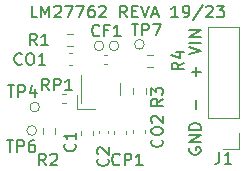
<source format=gbr>
%TF.GenerationSoftware,KiCad,Pcbnew,7.0.1-3b83917a11~172~ubuntu22.04.1*%
%TF.CreationDate,2023-05-08T21:49:58+01:00*%
%TF.ProjectId,lm27762,6c6d3237-3736-4322-9e6b-696361645f70,rev?*%
%TF.SameCoordinates,Original*%
%TF.FileFunction,Legend,Top*%
%TF.FilePolarity,Positive*%
%FSLAX46Y46*%
G04 Gerber Fmt 4.6, Leading zero omitted, Abs format (unit mm)*
G04 Created by KiCad (PCBNEW 7.0.1-3b83917a11~172~ubuntu22.04.1) date 2023-05-08 21:49:58*
%MOMM*%
%LPD*%
G01*
G04 APERTURE LIST*
%ADD10C,0.150000*%
%ADD11C,0.153000*%
%ADD12C,0.120000*%
%ADD13C,0.100000*%
G04 APERTURE END LIST*
D10*
X108350038Y-63292019D02*
X108921466Y-63292019D01*
X108635752Y-64292019D02*
X108635752Y-63292019D01*
X109254800Y-64292019D02*
X109254800Y-63292019D01*
X109254800Y-63292019D02*
X109635752Y-63292019D01*
X109635752Y-63292019D02*
X109730990Y-63339638D01*
X109730990Y-63339638D02*
X109778609Y-63387257D01*
X109778609Y-63387257D02*
X109826228Y-63482495D01*
X109826228Y-63482495D02*
X109826228Y-63625352D01*
X109826228Y-63625352D02*
X109778609Y-63720590D01*
X109778609Y-63720590D02*
X109730990Y-63768209D01*
X109730990Y-63768209D02*
X109635752Y-63815828D01*
X109635752Y-63815828D02*
X109254800Y-63815828D01*
X110683371Y-63625352D02*
X110683371Y-64292019D01*
X110445276Y-63244400D02*
X110207181Y-63958685D01*
X110207181Y-63958685D02*
X110826228Y-63958685D01*
X118840238Y-58059619D02*
X119411666Y-58059619D01*
X119125952Y-59059619D02*
X119125952Y-58059619D01*
X119745000Y-59059619D02*
X119745000Y-58059619D01*
X119745000Y-58059619D02*
X120125952Y-58059619D01*
X120125952Y-58059619D02*
X120221190Y-58107238D01*
X120221190Y-58107238D02*
X120268809Y-58154857D01*
X120268809Y-58154857D02*
X120316428Y-58250095D01*
X120316428Y-58250095D02*
X120316428Y-58392952D01*
X120316428Y-58392952D02*
X120268809Y-58488190D01*
X120268809Y-58488190D02*
X120221190Y-58535809D01*
X120221190Y-58535809D02*
X120125952Y-58583428D01*
X120125952Y-58583428D02*
X119745000Y-58583428D01*
X120649762Y-58059619D02*
X121316428Y-58059619D01*
X121316428Y-58059619D02*
X120887857Y-59059619D01*
X108273838Y-67940219D02*
X108845266Y-67940219D01*
X108559552Y-68940219D02*
X108559552Y-67940219D01*
X109178600Y-68940219D02*
X109178600Y-67940219D01*
X109178600Y-67940219D02*
X109559552Y-67940219D01*
X109559552Y-67940219D02*
X109654790Y-67987838D01*
X109654790Y-67987838D02*
X109702409Y-68035457D01*
X109702409Y-68035457D02*
X109750028Y-68130695D01*
X109750028Y-68130695D02*
X109750028Y-68273552D01*
X109750028Y-68273552D02*
X109702409Y-68368790D01*
X109702409Y-68368790D02*
X109654790Y-68416409D01*
X109654790Y-68416409D02*
X109559552Y-68464028D01*
X109559552Y-68464028D02*
X109178600Y-68464028D01*
X110607171Y-67940219D02*
X110416695Y-67940219D01*
X110416695Y-67940219D02*
X110321457Y-67987838D01*
X110321457Y-67987838D02*
X110273838Y-68035457D01*
X110273838Y-68035457D02*
X110178600Y-68178314D01*
X110178600Y-68178314D02*
X110130981Y-68368790D01*
X110130981Y-68368790D02*
X110130981Y-68749742D01*
X110130981Y-68749742D02*
X110178600Y-68844980D01*
X110178600Y-68844980D02*
X110226219Y-68892600D01*
X110226219Y-68892600D02*
X110321457Y-68940219D01*
X110321457Y-68940219D02*
X110511933Y-68940219D01*
X110511933Y-68940219D02*
X110607171Y-68892600D01*
X110607171Y-68892600D02*
X110654790Y-68844980D01*
X110654790Y-68844980D02*
X110702409Y-68749742D01*
X110702409Y-68749742D02*
X110702409Y-68511647D01*
X110702409Y-68511647D02*
X110654790Y-68416409D01*
X110654790Y-68416409D02*
X110607171Y-68368790D01*
X110607171Y-68368790D02*
X110511933Y-68321171D01*
X110511933Y-68321171D02*
X110321457Y-68321171D01*
X110321457Y-68321171D02*
X110226219Y-68368790D01*
X110226219Y-68368790D02*
X110178600Y-68416409D01*
X110178600Y-68416409D02*
X110130981Y-68511647D01*
X110872998Y-57535619D02*
X110396808Y-57535619D01*
X110396808Y-57535619D02*
X110396808Y-56535619D01*
X111206332Y-57535619D02*
X111206332Y-56535619D01*
X111206332Y-56535619D02*
X111539665Y-57249904D01*
X111539665Y-57249904D02*
X111872998Y-56535619D01*
X111872998Y-56535619D02*
X111872998Y-57535619D01*
X112301570Y-56630857D02*
X112349189Y-56583238D01*
X112349189Y-56583238D02*
X112444427Y-56535619D01*
X112444427Y-56535619D02*
X112682522Y-56535619D01*
X112682522Y-56535619D02*
X112777760Y-56583238D01*
X112777760Y-56583238D02*
X112825379Y-56630857D01*
X112825379Y-56630857D02*
X112872998Y-56726095D01*
X112872998Y-56726095D02*
X112872998Y-56821333D01*
X112872998Y-56821333D02*
X112825379Y-56964190D01*
X112825379Y-56964190D02*
X112253951Y-57535619D01*
X112253951Y-57535619D02*
X112872998Y-57535619D01*
X113206332Y-56535619D02*
X113872998Y-56535619D01*
X113872998Y-56535619D02*
X113444427Y-57535619D01*
X114158713Y-56535619D02*
X114825379Y-56535619D01*
X114825379Y-56535619D02*
X114396808Y-57535619D01*
X115634903Y-56535619D02*
X115444427Y-56535619D01*
X115444427Y-56535619D02*
X115349189Y-56583238D01*
X115349189Y-56583238D02*
X115301570Y-56630857D01*
X115301570Y-56630857D02*
X115206332Y-56773714D01*
X115206332Y-56773714D02*
X115158713Y-56964190D01*
X115158713Y-56964190D02*
X115158713Y-57345142D01*
X115158713Y-57345142D02*
X115206332Y-57440380D01*
X115206332Y-57440380D02*
X115253951Y-57488000D01*
X115253951Y-57488000D02*
X115349189Y-57535619D01*
X115349189Y-57535619D02*
X115539665Y-57535619D01*
X115539665Y-57535619D02*
X115634903Y-57488000D01*
X115634903Y-57488000D02*
X115682522Y-57440380D01*
X115682522Y-57440380D02*
X115730141Y-57345142D01*
X115730141Y-57345142D02*
X115730141Y-57107047D01*
X115730141Y-57107047D02*
X115682522Y-57011809D01*
X115682522Y-57011809D02*
X115634903Y-56964190D01*
X115634903Y-56964190D02*
X115539665Y-56916571D01*
X115539665Y-56916571D02*
X115349189Y-56916571D01*
X115349189Y-56916571D02*
X115253951Y-56964190D01*
X115253951Y-56964190D02*
X115206332Y-57011809D01*
X115206332Y-57011809D02*
X115158713Y-57107047D01*
X116111094Y-56630857D02*
X116158713Y-56583238D01*
X116158713Y-56583238D02*
X116253951Y-56535619D01*
X116253951Y-56535619D02*
X116492046Y-56535619D01*
X116492046Y-56535619D02*
X116587284Y-56583238D01*
X116587284Y-56583238D02*
X116634903Y-56630857D01*
X116634903Y-56630857D02*
X116682522Y-56726095D01*
X116682522Y-56726095D02*
X116682522Y-56821333D01*
X116682522Y-56821333D02*
X116634903Y-56964190D01*
X116634903Y-56964190D02*
X116063475Y-57535619D01*
X116063475Y-57535619D02*
X116682522Y-57535619D01*
X118444427Y-57535619D02*
X118111094Y-57059428D01*
X117872999Y-57535619D02*
X117872999Y-56535619D01*
X117872999Y-56535619D02*
X118253951Y-56535619D01*
X118253951Y-56535619D02*
X118349189Y-56583238D01*
X118349189Y-56583238D02*
X118396808Y-56630857D01*
X118396808Y-56630857D02*
X118444427Y-56726095D01*
X118444427Y-56726095D02*
X118444427Y-56868952D01*
X118444427Y-56868952D02*
X118396808Y-56964190D01*
X118396808Y-56964190D02*
X118349189Y-57011809D01*
X118349189Y-57011809D02*
X118253951Y-57059428D01*
X118253951Y-57059428D02*
X117872999Y-57059428D01*
X118872999Y-57011809D02*
X119206332Y-57011809D01*
X119349189Y-57535619D02*
X118872999Y-57535619D01*
X118872999Y-57535619D02*
X118872999Y-56535619D01*
X118872999Y-56535619D02*
X119349189Y-56535619D01*
X119634904Y-56535619D02*
X119968237Y-57535619D01*
X119968237Y-57535619D02*
X120301570Y-56535619D01*
X120587285Y-57249904D02*
X121063475Y-57249904D01*
X120492047Y-57535619D02*
X120825380Y-56535619D01*
X120825380Y-56535619D02*
X121158713Y-57535619D01*
X122777761Y-57535619D02*
X122206333Y-57535619D01*
X122492047Y-57535619D02*
X122492047Y-56535619D01*
X122492047Y-56535619D02*
X122396809Y-56678476D01*
X122396809Y-56678476D02*
X122301571Y-56773714D01*
X122301571Y-56773714D02*
X122206333Y-56821333D01*
X123253952Y-57535619D02*
X123444428Y-57535619D01*
X123444428Y-57535619D02*
X123539666Y-57488000D01*
X123539666Y-57488000D02*
X123587285Y-57440380D01*
X123587285Y-57440380D02*
X123682523Y-57297523D01*
X123682523Y-57297523D02*
X123730142Y-57107047D01*
X123730142Y-57107047D02*
X123730142Y-56726095D01*
X123730142Y-56726095D02*
X123682523Y-56630857D01*
X123682523Y-56630857D02*
X123634904Y-56583238D01*
X123634904Y-56583238D02*
X123539666Y-56535619D01*
X123539666Y-56535619D02*
X123349190Y-56535619D01*
X123349190Y-56535619D02*
X123253952Y-56583238D01*
X123253952Y-56583238D02*
X123206333Y-56630857D01*
X123206333Y-56630857D02*
X123158714Y-56726095D01*
X123158714Y-56726095D02*
X123158714Y-56964190D01*
X123158714Y-56964190D02*
X123206333Y-57059428D01*
X123206333Y-57059428D02*
X123253952Y-57107047D01*
X123253952Y-57107047D02*
X123349190Y-57154666D01*
X123349190Y-57154666D02*
X123539666Y-57154666D01*
X123539666Y-57154666D02*
X123634904Y-57107047D01*
X123634904Y-57107047D02*
X123682523Y-57059428D01*
X123682523Y-57059428D02*
X123730142Y-56964190D01*
X124872999Y-56488000D02*
X124015857Y-57773714D01*
X125158714Y-56630857D02*
X125206333Y-56583238D01*
X125206333Y-56583238D02*
X125301571Y-56535619D01*
X125301571Y-56535619D02*
X125539666Y-56535619D01*
X125539666Y-56535619D02*
X125634904Y-56583238D01*
X125634904Y-56583238D02*
X125682523Y-56630857D01*
X125682523Y-56630857D02*
X125730142Y-56726095D01*
X125730142Y-56726095D02*
X125730142Y-56821333D01*
X125730142Y-56821333D02*
X125682523Y-56964190D01*
X125682523Y-56964190D02*
X125111095Y-57535619D01*
X125111095Y-57535619D02*
X125730142Y-57535619D01*
X126063476Y-56535619D02*
X126682523Y-56535619D01*
X126682523Y-56535619D02*
X126349190Y-56916571D01*
X126349190Y-56916571D02*
X126492047Y-56916571D01*
X126492047Y-56916571D02*
X126587285Y-56964190D01*
X126587285Y-56964190D02*
X126634904Y-57011809D01*
X126634904Y-57011809D02*
X126682523Y-57107047D01*
X126682523Y-57107047D02*
X126682523Y-57345142D01*
X126682523Y-57345142D02*
X126634904Y-57440380D01*
X126634904Y-57440380D02*
X126587285Y-57488000D01*
X126587285Y-57488000D02*
X126492047Y-57535619D01*
X126492047Y-57535619D02*
X126206333Y-57535619D01*
X126206333Y-57535619D02*
X126111095Y-57488000D01*
X126111095Y-57488000D02*
X126063476Y-57440380D01*
D11*
X123766238Y-68580095D02*
X123718619Y-68675333D01*
X123718619Y-68675333D02*
X123718619Y-68818190D01*
X123718619Y-68818190D02*
X123766238Y-68961047D01*
X123766238Y-68961047D02*
X123861476Y-69056285D01*
X123861476Y-69056285D02*
X123956714Y-69103904D01*
X123956714Y-69103904D02*
X124147190Y-69151523D01*
X124147190Y-69151523D02*
X124290047Y-69151523D01*
X124290047Y-69151523D02*
X124480523Y-69103904D01*
X124480523Y-69103904D02*
X124575761Y-69056285D01*
X124575761Y-69056285D02*
X124671000Y-68961047D01*
X124671000Y-68961047D02*
X124718619Y-68818190D01*
X124718619Y-68818190D02*
X124718619Y-68722952D01*
X124718619Y-68722952D02*
X124671000Y-68580095D01*
X124671000Y-68580095D02*
X124623380Y-68532476D01*
X124623380Y-68532476D02*
X124290047Y-68532476D01*
X124290047Y-68532476D02*
X124290047Y-68722952D01*
X124718619Y-68103904D02*
X123718619Y-68103904D01*
X123718619Y-68103904D02*
X124718619Y-67532476D01*
X124718619Y-67532476D02*
X123718619Y-67532476D01*
X124718619Y-67056285D02*
X123718619Y-67056285D01*
X123718619Y-67056285D02*
X123718619Y-66818190D01*
X123718619Y-66818190D02*
X123766238Y-66675333D01*
X123766238Y-66675333D02*
X123861476Y-66580095D01*
X123861476Y-66580095D02*
X123956714Y-66532476D01*
X123956714Y-66532476D02*
X124147190Y-66484857D01*
X124147190Y-66484857D02*
X124290047Y-66484857D01*
X124290047Y-66484857D02*
X124480523Y-66532476D01*
X124480523Y-66532476D02*
X124575761Y-66580095D01*
X124575761Y-66580095D02*
X124671000Y-66675333D01*
X124671000Y-66675333D02*
X124718619Y-66818190D01*
X124718619Y-66818190D02*
X124718619Y-67056285D01*
X124337666Y-65294380D02*
X124337666Y-64532476D01*
X124337666Y-62532475D02*
X124337666Y-61770571D01*
X124718619Y-62151523D02*
X123956714Y-62151523D01*
X123718619Y-60675332D02*
X124718619Y-60341999D01*
X124718619Y-60341999D02*
X123718619Y-60008666D01*
X124718619Y-59675332D02*
X123718619Y-59675332D01*
X124718619Y-59199142D02*
X123718619Y-59199142D01*
X123718619Y-59199142D02*
X124718619Y-58627714D01*
X124718619Y-58627714D02*
X123718619Y-58627714D01*
D10*
%TO.C,CO1*%
X109545523Y-61454380D02*
X109497904Y-61502000D01*
X109497904Y-61502000D02*
X109355047Y-61549619D01*
X109355047Y-61549619D02*
X109259809Y-61549619D01*
X109259809Y-61549619D02*
X109116952Y-61502000D01*
X109116952Y-61502000D02*
X109021714Y-61406761D01*
X109021714Y-61406761D02*
X108974095Y-61311523D01*
X108974095Y-61311523D02*
X108926476Y-61121047D01*
X108926476Y-61121047D02*
X108926476Y-60978190D01*
X108926476Y-60978190D02*
X108974095Y-60787714D01*
X108974095Y-60787714D02*
X109021714Y-60692476D01*
X109021714Y-60692476D02*
X109116952Y-60597238D01*
X109116952Y-60597238D02*
X109259809Y-60549619D01*
X109259809Y-60549619D02*
X109355047Y-60549619D01*
X109355047Y-60549619D02*
X109497904Y-60597238D01*
X109497904Y-60597238D02*
X109545523Y-60644857D01*
X110164571Y-60549619D02*
X110355047Y-60549619D01*
X110355047Y-60549619D02*
X110450285Y-60597238D01*
X110450285Y-60597238D02*
X110545523Y-60692476D01*
X110545523Y-60692476D02*
X110593142Y-60882952D01*
X110593142Y-60882952D02*
X110593142Y-61216285D01*
X110593142Y-61216285D02*
X110545523Y-61406761D01*
X110545523Y-61406761D02*
X110450285Y-61502000D01*
X110450285Y-61502000D02*
X110355047Y-61549619D01*
X110355047Y-61549619D02*
X110164571Y-61549619D01*
X110164571Y-61549619D02*
X110069333Y-61502000D01*
X110069333Y-61502000D02*
X109974095Y-61406761D01*
X109974095Y-61406761D02*
X109926476Y-61216285D01*
X109926476Y-61216285D02*
X109926476Y-60882952D01*
X109926476Y-60882952D02*
X109974095Y-60692476D01*
X109974095Y-60692476D02*
X110069333Y-60597238D01*
X110069333Y-60597238D02*
X110164571Y-60549619D01*
X111545523Y-61549619D02*
X110974095Y-61549619D01*
X111259809Y-61549619D02*
X111259809Y-60549619D01*
X111259809Y-60549619D02*
X111164571Y-60692476D01*
X111164571Y-60692476D02*
X111069333Y-60787714D01*
X111069333Y-60787714D02*
X110974095Y-60835333D01*
%TO.C,R3*%
X121493619Y-64428666D02*
X121017428Y-64761999D01*
X121493619Y-65000094D02*
X120493619Y-65000094D01*
X120493619Y-65000094D02*
X120493619Y-64619142D01*
X120493619Y-64619142D02*
X120541238Y-64523904D01*
X120541238Y-64523904D02*
X120588857Y-64476285D01*
X120588857Y-64476285D02*
X120684095Y-64428666D01*
X120684095Y-64428666D02*
X120826952Y-64428666D01*
X120826952Y-64428666D02*
X120922190Y-64476285D01*
X120922190Y-64476285D02*
X120969809Y-64523904D01*
X120969809Y-64523904D02*
X121017428Y-64619142D01*
X121017428Y-64619142D02*
X121017428Y-65000094D01*
X120493619Y-64095332D02*
X120493619Y-63476285D01*
X120493619Y-63476285D02*
X120874571Y-63809618D01*
X120874571Y-63809618D02*
X120874571Y-63666761D01*
X120874571Y-63666761D02*
X120922190Y-63571523D01*
X120922190Y-63571523D02*
X120969809Y-63523904D01*
X120969809Y-63523904D02*
X121065047Y-63476285D01*
X121065047Y-63476285D02*
X121303142Y-63476285D01*
X121303142Y-63476285D02*
X121398380Y-63523904D01*
X121398380Y-63523904D02*
X121446000Y-63571523D01*
X121446000Y-63571523D02*
X121493619Y-63666761D01*
X121493619Y-63666761D02*
X121493619Y-63952475D01*
X121493619Y-63952475D02*
X121446000Y-64047713D01*
X121446000Y-64047713D02*
X121398380Y-64095332D01*
%TO.C,R4*%
X123246219Y-61355266D02*
X122770028Y-61688599D01*
X123246219Y-61926694D02*
X122246219Y-61926694D01*
X122246219Y-61926694D02*
X122246219Y-61545742D01*
X122246219Y-61545742D02*
X122293838Y-61450504D01*
X122293838Y-61450504D02*
X122341457Y-61402885D01*
X122341457Y-61402885D02*
X122436695Y-61355266D01*
X122436695Y-61355266D02*
X122579552Y-61355266D01*
X122579552Y-61355266D02*
X122674790Y-61402885D01*
X122674790Y-61402885D02*
X122722409Y-61450504D01*
X122722409Y-61450504D02*
X122770028Y-61545742D01*
X122770028Y-61545742D02*
X122770028Y-61926694D01*
X122579552Y-60498123D02*
X123246219Y-60498123D01*
X122198600Y-60736218D02*
X122912885Y-60974313D01*
X122912885Y-60974313D02*
X122912885Y-60355266D01*
%TO.C,C1*%
X114032380Y-68238666D02*
X114080000Y-68286285D01*
X114080000Y-68286285D02*
X114127619Y-68429142D01*
X114127619Y-68429142D02*
X114127619Y-68524380D01*
X114127619Y-68524380D02*
X114080000Y-68667237D01*
X114080000Y-68667237D02*
X113984761Y-68762475D01*
X113984761Y-68762475D02*
X113889523Y-68810094D01*
X113889523Y-68810094D02*
X113699047Y-68857713D01*
X113699047Y-68857713D02*
X113556190Y-68857713D01*
X113556190Y-68857713D02*
X113365714Y-68810094D01*
X113365714Y-68810094D02*
X113270476Y-68762475D01*
X113270476Y-68762475D02*
X113175238Y-68667237D01*
X113175238Y-68667237D02*
X113127619Y-68524380D01*
X113127619Y-68524380D02*
X113127619Y-68429142D01*
X113127619Y-68429142D02*
X113175238Y-68286285D01*
X113175238Y-68286285D02*
X113222857Y-68238666D01*
X114127619Y-67286285D02*
X114127619Y-67857713D01*
X114127619Y-67571999D02*
X113127619Y-67571999D01*
X113127619Y-67571999D02*
X113270476Y-67667237D01*
X113270476Y-67667237D02*
X113365714Y-67762475D01*
X113365714Y-67762475D02*
X113413333Y-67857713D01*
%TO.C,CO2*%
X121398380Y-67873476D02*
X121446000Y-67921095D01*
X121446000Y-67921095D02*
X121493619Y-68063952D01*
X121493619Y-68063952D02*
X121493619Y-68159190D01*
X121493619Y-68159190D02*
X121446000Y-68302047D01*
X121446000Y-68302047D02*
X121350761Y-68397285D01*
X121350761Y-68397285D02*
X121255523Y-68444904D01*
X121255523Y-68444904D02*
X121065047Y-68492523D01*
X121065047Y-68492523D02*
X120922190Y-68492523D01*
X120922190Y-68492523D02*
X120731714Y-68444904D01*
X120731714Y-68444904D02*
X120636476Y-68397285D01*
X120636476Y-68397285D02*
X120541238Y-68302047D01*
X120541238Y-68302047D02*
X120493619Y-68159190D01*
X120493619Y-68159190D02*
X120493619Y-68063952D01*
X120493619Y-68063952D02*
X120541238Y-67921095D01*
X120541238Y-67921095D02*
X120588857Y-67873476D01*
X120493619Y-67254428D02*
X120493619Y-67063952D01*
X120493619Y-67063952D02*
X120541238Y-66968714D01*
X120541238Y-66968714D02*
X120636476Y-66873476D01*
X120636476Y-66873476D02*
X120826952Y-66825857D01*
X120826952Y-66825857D02*
X121160285Y-66825857D01*
X121160285Y-66825857D02*
X121350761Y-66873476D01*
X121350761Y-66873476D02*
X121446000Y-66968714D01*
X121446000Y-66968714D02*
X121493619Y-67063952D01*
X121493619Y-67063952D02*
X121493619Y-67254428D01*
X121493619Y-67254428D02*
X121446000Y-67349666D01*
X121446000Y-67349666D02*
X121350761Y-67444904D01*
X121350761Y-67444904D02*
X121160285Y-67492523D01*
X121160285Y-67492523D02*
X120826952Y-67492523D01*
X120826952Y-67492523D02*
X120636476Y-67444904D01*
X120636476Y-67444904D02*
X120541238Y-67349666D01*
X120541238Y-67349666D02*
X120493619Y-67254428D01*
X120588857Y-66444904D02*
X120541238Y-66397285D01*
X120541238Y-66397285D02*
X120493619Y-66302047D01*
X120493619Y-66302047D02*
X120493619Y-66063952D01*
X120493619Y-66063952D02*
X120541238Y-65968714D01*
X120541238Y-65968714D02*
X120588857Y-65921095D01*
X120588857Y-65921095D02*
X120684095Y-65873476D01*
X120684095Y-65873476D02*
X120779333Y-65873476D01*
X120779333Y-65873476D02*
X120922190Y-65921095D01*
X120922190Y-65921095D02*
X121493619Y-66492523D01*
X121493619Y-66492523D02*
X121493619Y-65873476D01*
%TO.C,R1*%
X110831333Y-59898619D02*
X110498000Y-59422428D01*
X110259905Y-59898619D02*
X110259905Y-58898619D01*
X110259905Y-58898619D02*
X110640857Y-58898619D01*
X110640857Y-58898619D02*
X110736095Y-58946238D01*
X110736095Y-58946238D02*
X110783714Y-58993857D01*
X110783714Y-58993857D02*
X110831333Y-59089095D01*
X110831333Y-59089095D02*
X110831333Y-59231952D01*
X110831333Y-59231952D02*
X110783714Y-59327190D01*
X110783714Y-59327190D02*
X110736095Y-59374809D01*
X110736095Y-59374809D02*
X110640857Y-59422428D01*
X110640857Y-59422428D02*
X110259905Y-59422428D01*
X111783714Y-59898619D02*
X111212286Y-59898619D01*
X111498000Y-59898619D02*
X111498000Y-58898619D01*
X111498000Y-58898619D02*
X111402762Y-59041476D01*
X111402762Y-59041476D02*
X111307524Y-59136714D01*
X111307524Y-59136714D02*
X111212286Y-59184333D01*
D11*
%TO.C,J1*%
X126285666Y-68931619D02*
X126285666Y-69645904D01*
X126285666Y-69645904D02*
X126238047Y-69788761D01*
X126238047Y-69788761D02*
X126142809Y-69884000D01*
X126142809Y-69884000D02*
X125999952Y-69931619D01*
X125999952Y-69931619D02*
X125904714Y-69931619D01*
X127285666Y-69931619D02*
X126714238Y-69931619D01*
X126999952Y-69931619D02*
X126999952Y-68931619D01*
X126999952Y-68931619D02*
X126904714Y-69074476D01*
X126904714Y-69074476D02*
X126809476Y-69169714D01*
X126809476Y-69169714D02*
X126714238Y-69217333D01*
D10*
%TO.C,C2*%
X116826380Y-69500666D02*
X116874000Y-69548285D01*
X116874000Y-69548285D02*
X116921619Y-69691142D01*
X116921619Y-69691142D02*
X116921619Y-69786380D01*
X116921619Y-69786380D02*
X116874000Y-69929237D01*
X116874000Y-69929237D02*
X116778761Y-70024475D01*
X116778761Y-70024475D02*
X116683523Y-70072094D01*
X116683523Y-70072094D02*
X116493047Y-70119713D01*
X116493047Y-70119713D02*
X116350190Y-70119713D01*
X116350190Y-70119713D02*
X116159714Y-70072094D01*
X116159714Y-70072094D02*
X116064476Y-70024475D01*
X116064476Y-70024475D02*
X115969238Y-69929237D01*
X115969238Y-69929237D02*
X115921619Y-69786380D01*
X115921619Y-69786380D02*
X115921619Y-69691142D01*
X115921619Y-69691142D02*
X115969238Y-69548285D01*
X115969238Y-69548285D02*
X116016857Y-69500666D01*
X116016857Y-69119713D02*
X115969238Y-69072094D01*
X115969238Y-69072094D02*
X115921619Y-68976856D01*
X115921619Y-68976856D02*
X115921619Y-68738761D01*
X115921619Y-68738761D02*
X115969238Y-68643523D01*
X115969238Y-68643523D02*
X116016857Y-68595904D01*
X116016857Y-68595904D02*
X116112095Y-68548285D01*
X116112095Y-68548285D02*
X116207333Y-68548285D01*
X116207333Y-68548285D02*
X116350190Y-68595904D01*
X116350190Y-68595904D02*
X116921619Y-69167332D01*
X116921619Y-69167332D02*
X116921619Y-68548285D01*
%TO.C,RP1*%
X111855333Y-63708619D02*
X111522000Y-63232428D01*
X111283905Y-63708619D02*
X111283905Y-62708619D01*
X111283905Y-62708619D02*
X111664857Y-62708619D01*
X111664857Y-62708619D02*
X111760095Y-62756238D01*
X111760095Y-62756238D02*
X111807714Y-62803857D01*
X111807714Y-62803857D02*
X111855333Y-62899095D01*
X111855333Y-62899095D02*
X111855333Y-63041952D01*
X111855333Y-63041952D02*
X111807714Y-63137190D01*
X111807714Y-63137190D02*
X111760095Y-63184809D01*
X111760095Y-63184809D02*
X111664857Y-63232428D01*
X111664857Y-63232428D02*
X111283905Y-63232428D01*
X112283905Y-63708619D02*
X112283905Y-62708619D01*
X112283905Y-62708619D02*
X112664857Y-62708619D01*
X112664857Y-62708619D02*
X112760095Y-62756238D01*
X112760095Y-62756238D02*
X112807714Y-62803857D01*
X112807714Y-62803857D02*
X112855333Y-62899095D01*
X112855333Y-62899095D02*
X112855333Y-63041952D01*
X112855333Y-63041952D02*
X112807714Y-63137190D01*
X112807714Y-63137190D02*
X112760095Y-63184809D01*
X112760095Y-63184809D02*
X112664857Y-63232428D01*
X112664857Y-63232428D02*
X112283905Y-63232428D01*
X113807714Y-63708619D02*
X113236286Y-63708619D01*
X113522000Y-63708619D02*
X113522000Y-62708619D01*
X113522000Y-62708619D02*
X113426762Y-62851476D01*
X113426762Y-62851476D02*
X113331524Y-62946714D01*
X113331524Y-62946714D02*
X113236286Y-62994333D01*
%TO.C,CP1*%
X117824333Y-69963380D02*
X117776714Y-70011000D01*
X117776714Y-70011000D02*
X117633857Y-70058619D01*
X117633857Y-70058619D02*
X117538619Y-70058619D01*
X117538619Y-70058619D02*
X117395762Y-70011000D01*
X117395762Y-70011000D02*
X117300524Y-69915761D01*
X117300524Y-69915761D02*
X117252905Y-69820523D01*
X117252905Y-69820523D02*
X117205286Y-69630047D01*
X117205286Y-69630047D02*
X117205286Y-69487190D01*
X117205286Y-69487190D02*
X117252905Y-69296714D01*
X117252905Y-69296714D02*
X117300524Y-69201476D01*
X117300524Y-69201476D02*
X117395762Y-69106238D01*
X117395762Y-69106238D02*
X117538619Y-69058619D01*
X117538619Y-69058619D02*
X117633857Y-69058619D01*
X117633857Y-69058619D02*
X117776714Y-69106238D01*
X117776714Y-69106238D02*
X117824333Y-69153857D01*
X118252905Y-70058619D02*
X118252905Y-69058619D01*
X118252905Y-69058619D02*
X118633857Y-69058619D01*
X118633857Y-69058619D02*
X118729095Y-69106238D01*
X118729095Y-69106238D02*
X118776714Y-69153857D01*
X118776714Y-69153857D02*
X118824333Y-69249095D01*
X118824333Y-69249095D02*
X118824333Y-69391952D01*
X118824333Y-69391952D02*
X118776714Y-69487190D01*
X118776714Y-69487190D02*
X118729095Y-69534809D01*
X118729095Y-69534809D02*
X118633857Y-69582428D01*
X118633857Y-69582428D02*
X118252905Y-69582428D01*
X119776714Y-70058619D02*
X119205286Y-70058619D01*
X119491000Y-70058619D02*
X119491000Y-69058619D01*
X119491000Y-69058619D02*
X119395762Y-69201476D01*
X119395762Y-69201476D02*
X119300524Y-69296714D01*
X119300524Y-69296714D02*
X119205286Y-69344333D01*
%TO.C,R2*%
X111593333Y-70058619D02*
X111260000Y-69582428D01*
X111021905Y-70058619D02*
X111021905Y-69058619D01*
X111021905Y-69058619D02*
X111402857Y-69058619D01*
X111402857Y-69058619D02*
X111498095Y-69106238D01*
X111498095Y-69106238D02*
X111545714Y-69153857D01*
X111545714Y-69153857D02*
X111593333Y-69249095D01*
X111593333Y-69249095D02*
X111593333Y-69391952D01*
X111593333Y-69391952D02*
X111545714Y-69487190D01*
X111545714Y-69487190D02*
X111498095Y-69534809D01*
X111498095Y-69534809D02*
X111402857Y-69582428D01*
X111402857Y-69582428D02*
X111021905Y-69582428D01*
X111974286Y-69153857D02*
X112021905Y-69106238D01*
X112021905Y-69106238D02*
X112117143Y-69058619D01*
X112117143Y-69058619D02*
X112355238Y-69058619D01*
X112355238Y-69058619D02*
X112450476Y-69106238D01*
X112450476Y-69106238D02*
X112498095Y-69153857D01*
X112498095Y-69153857D02*
X112545714Y-69249095D01*
X112545714Y-69249095D02*
X112545714Y-69344333D01*
X112545714Y-69344333D02*
X112498095Y-69487190D01*
X112498095Y-69487190D02*
X111926667Y-70058619D01*
X111926667Y-70058619D02*
X112545714Y-70058619D01*
%TO.C,CF1*%
X116117761Y-59041380D02*
X116070142Y-59089000D01*
X116070142Y-59089000D02*
X115927285Y-59136619D01*
X115927285Y-59136619D02*
X115832047Y-59136619D01*
X115832047Y-59136619D02*
X115689190Y-59089000D01*
X115689190Y-59089000D02*
X115593952Y-58993761D01*
X115593952Y-58993761D02*
X115546333Y-58898523D01*
X115546333Y-58898523D02*
X115498714Y-58708047D01*
X115498714Y-58708047D02*
X115498714Y-58565190D01*
X115498714Y-58565190D02*
X115546333Y-58374714D01*
X115546333Y-58374714D02*
X115593952Y-58279476D01*
X115593952Y-58279476D02*
X115689190Y-58184238D01*
X115689190Y-58184238D02*
X115832047Y-58136619D01*
X115832047Y-58136619D02*
X115927285Y-58136619D01*
X115927285Y-58136619D02*
X116070142Y-58184238D01*
X116070142Y-58184238D02*
X116117761Y-58231857D01*
X116879666Y-58612809D02*
X116546333Y-58612809D01*
X116546333Y-59136619D02*
X116546333Y-58136619D01*
X116546333Y-58136619D02*
X117022523Y-58136619D01*
X117927285Y-59136619D02*
X117355857Y-59136619D01*
X117641571Y-59136619D02*
X117641571Y-58136619D01*
X117641571Y-58136619D02*
X117546333Y-58279476D01*
X117546333Y-58279476D02*
X117451095Y-58374714D01*
X117451095Y-58374714D02*
X117355857Y-58422333D01*
D12*
%TO.C,CO1*%
X113545233Y-60577000D02*
X113837767Y-60577000D01*
X113545233Y-61597000D02*
X113837767Y-61597000D01*
%TO.C,U1*%
X114209000Y-65266000D02*
X114209000Y-64066000D01*
X115709000Y-65266000D02*
X114209000Y-65266000D01*
X114589000Y-64816000D02*
X114589000Y-62446000D01*
X117829000Y-63066000D02*
X117829000Y-64066000D01*
%TO.C,R3*%
X118984500Y-64008724D02*
X118984500Y-63499276D01*
X120029500Y-64008724D02*
X120029500Y-63499276D01*
D13*
%TO.C,TP2*%
X117757563Y-59944000D02*
G75*
G03*
X117757563Y-59944000I-409563J0D01*
G01*
%TO.C,TP4*%
X111051963Y-65125600D02*
G75*
G03*
X111051963Y-65125600I-409563J0D01*
G01*
D12*
%TO.C,R4*%
X120141276Y-60691500D02*
X120650724Y-60691500D01*
X120141276Y-61736500D02*
X120650724Y-61736500D01*
%TO.C,C1*%
X115572000Y-67163733D02*
X115572000Y-67456267D01*
X114552000Y-67163733D02*
X114552000Y-67456267D01*
%TO.C,CO2*%
X120017000Y-67063233D02*
X120017000Y-67355767D01*
X118997000Y-67063233D02*
X118997000Y-67355767D01*
%TO.C,R1*%
X113410276Y-58913500D02*
X113919724Y-58913500D01*
X113410276Y-59958500D02*
X113919724Y-59958500D01*
%TO.C,J1*%
X127949000Y-68640000D02*
X126619000Y-68640000D01*
X127949000Y-67310000D02*
X127949000Y-68640000D01*
X127949000Y-66040000D02*
X127949000Y-58360000D01*
X127949000Y-66040000D02*
X125289000Y-66040000D01*
X127949000Y-58360000D02*
X125289000Y-58360000D01*
X125289000Y-66040000D02*
X125289000Y-58360000D01*
%TO.C,C2*%
X116099000Y-67358335D02*
X116099000Y-67126665D01*
X116819000Y-67358335D02*
X116819000Y-67126665D01*
D13*
%TO.C,TP6*%
X110797963Y-67106800D02*
G75*
G03*
X110797963Y-67106800I-409563J0D01*
G01*
D12*
%TO.C,RP1*%
X113324621Y-64009000D02*
X112989379Y-64009000D01*
X113324621Y-64769000D02*
X112989379Y-64769000D01*
D13*
%TO.C,TP7*%
X119916563Y-59817000D02*
G75*
G03*
X119916563Y-59817000I-409563J0D01*
G01*
D12*
%TO.C,CP1*%
X117346000Y-67429767D02*
X117346000Y-67137233D01*
X118366000Y-67429767D02*
X118366000Y-67137233D01*
%TO.C,R2*%
X111312750Y-67437724D02*
X111312750Y-66928276D01*
X112357750Y-67437724D02*
X112357750Y-66928276D01*
D13*
%TO.C,TP3*%
X116487563Y-59944000D02*
G75*
G03*
X116487563Y-59944000I-409563J0D01*
G01*
D12*
%TO.C,CF1*%
X116537665Y-60727000D02*
X116769335Y-60727000D01*
X116537665Y-61447000D02*
X116769335Y-61447000D01*
%TD*%
M02*

</source>
